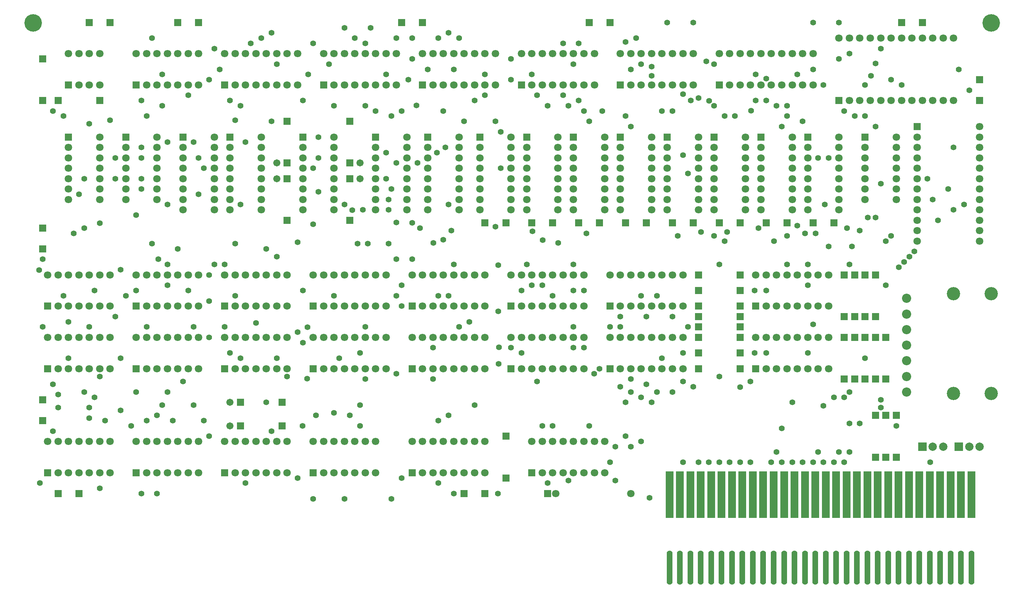
<source format=gts>
G04*
G04 #@! TF.GenerationSoftware,Altium Limited,Altium Designer,23.6.0 (18)*
G04*
G04 Layer_Color=8388736*
%FSLAX44Y44*%
%MOMM*%
G71*
G04*
G04 #@! TF.SameCoordinates,16818577-3D0F-4E1C-871D-00935DA2B120*
G04*
G04*
G04 #@! TF.FilePolarity,Negative*
G04*
G01*
G75*
G04:AMPARAMS|DCode=14|XSize=1.4032mm|YSize=8.2032mm|CornerRadius=0.7016mm|HoleSize=0mm|Usage=FLASHONLY|Rotation=0.000|XOffset=0mm|YOffset=0mm|HoleType=Round|Shape=RoundedRectangle|*
%AMROUNDEDRECTD14*
21,1,1.4032,6.8000,0,0,0.0*
21,1,0.0000,8.2032,0,0,0.0*
1,1,1.4032,0.0000,-3.4000*
1,1,1.4032,0.0000,-3.4000*
1,1,1.4032,0.0000,3.4000*
1,1,1.4032,0.0000,3.4000*
%
%ADD14ROUNDEDRECTD14*%
%ADD15R,1.9032X11.2032*%
%ADD16C,1.8032*%
%ADD17R,1.8032X1.8032*%
%ADD18C,3.2032*%
%ADD19C,4.2032*%
%ADD20R,1.8032X1.8032*%
%ADD21C,2.2032*%
%ADD22R,2.0032X2.0032*%
%ADD23C,2.0032*%
%ADD24C,1.7032*%
%ADD25C,1.4032*%
%ADD26C,1.4032*%
D14*
X2393000Y122000D02*
D03*
X2418001D02*
D03*
X2367999D02*
D03*
X2293000D02*
D03*
X2317999D02*
D03*
X2343000D02*
D03*
X2443000D02*
D03*
X2243000D02*
D03*
X2117999D02*
D03*
X1993001D02*
D03*
X2018000D02*
D03*
X2043001D02*
D03*
X2068000D02*
D03*
X2093001D02*
D03*
X2143001D02*
D03*
X2167999D02*
D03*
X2193000D02*
D03*
X2217999D02*
D03*
X2267999D02*
D03*
X1943001D02*
D03*
X1718000D02*
D03*
X1742999D02*
D03*
X1768000D02*
D03*
X1793001D02*
D03*
X1818000D02*
D03*
X1843001D02*
D03*
X1868000D02*
D03*
X1893001D02*
D03*
X1918000D02*
D03*
X1968000D02*
D03*
D15*
X2443000Y297000D02*
D03*
X2418001D02*
D03*
X2393000D02*
D03*
X2367999D02*
D03*
X2343000D02*
D03*
X2317999D02*
D03*
X2293000D02*
D03*
X2267999D02*
D03*
X2243000D02*
D03*
X2217999D02*
D03*
X2193000D02*
D03*
X2167999D02*
D03*
X2143001D02*
D03*
X2117999D02*
D03*
X2093001D02*
D03*
X2068000D02*
D03*
X2043001D02*
D03*
X2018000D02*
D03*
X1993001D02*
D03*
X1968000D02*
D03*
X1943001D02*
D03*
X1918000D02*
D03*
X1893001D02*
D03*
X1868000D02*
D03*
X1843001D02*
D03*
X1818000D02*
D03*
X1793001D02*
D03*
X1768000D02*
D03*
X1742999D02*
D03*
X1718000D02*
D03*
D16*
X1925000Y825000D02*
D03*
X1950000D02*
D03*
X2000000D02*
D03*
X1975000D02*
D03*
X2025000D02*
D03*
X2050000D02*
D03*
X2075000D02*
D03*
X2100000D02*
D03*
Y750000D02*
D03*
X2075000D02*
D03*
X2050000D02*
D03*
X2025000D02*
D03*
X1975000D02*
D03*
X2000000D02*
D03*
X1950000D02*
D03*
X1925000Y675000D02*
D03*
X1950000D02*
D03*
X2000000D02*
D03*
X1975000D02*
D03*
X2025000D02*
D03*
X2050000D02*
D03*
X2075000D02*
D03*
X2100000D02*
D03*
Y600000D02*
D03*
X2075000D02*
D03*
X2050000D02*
D03*
X2025000D02*
D03*
X1975000D02*
D03*
X2000000D02*
D03*
X1950000D02*
D03*
X462500Y825000D02*
D03*
X437500D02*
D03*
X487500D02*
D03*
X512500D02*
D03*
X537500D02*
D03*
X562500D02*
D03*
X587500D02*
D03*
Y750000D02*
D03*
X562500D02*
D03*
X537500D02*
D03*
X487500D02*
D03*
X512500D02*
D03*
X462500D02*
D03*
X2012500Y1156250D02*
D03*
Y1131250D02*
D03*
Y1081250D02*
D03*
Y1106250D02*
D03*
Y1056250D02*
D03*
Y1031250D02*
D03*
Y1006250D02*
D03*
Y981250D02*
D03*
X1937500D02*
D03*
Y1006250D02*
D03*
Y1031250D02*
D03*
Y1056250D02*
D03*
Y1106250D02*
D03*
Y1081250D02*
D03*
Y1131250D02*
D03*
X250000Y350000D02*
D03*
X300000D02*
D03*
X275000D02*
D03*
X325000D02*
D03*
X350000D02*
D03*
X375000D02*
D03*
Y425000D02*
D03*
X350000D02*
D03*
X325000D02*
D03*
X300000D02*
D03*
X275000D02*
D03*
X225000D02*
D03*
X250000D02*
D03*
X1625000Y300000D02*
D03*
X1445000D02*
D03*
X2125000Y1393750D02*
D03*
X2150000D02*
D03*
X2200000D02*
D03*
X2175000D02*
D03*
X2225000D02*
D03*
X2250000D02*
D03*
X2300000D02*
D03*
X2275000D02*
D03*
X2150000Y1243750D02*
D03*
X2200000D02*
D03*
X2175000D02*
D03*
X2225000D02*
D03*
X2250000D02*
D03*
X2275000D02*
D03*
X2300000D02*
D03*
X2325000D02*
D03*
X2350000D02*
D03*
X2375000D02*
D03*
X2400000D02*
D03*
X2375000Y1393750D02*
D03*
X2400000D02*
D03*
X2350000D02*
D03*
X2325000D02*
D03*
X1837500Y1356250D02*
D03*
X1862500D02*
D03*
X1887500D02*
D03*
X1912500D02*
D03*
X1862500Y1281250D02*
D03*
X1912500D02*
D03*
X1887500D02*
D03*
X1937500D02*
D03*
X1962500D02*
D03*
X1987500D02*
D03*
X2012500D02*
D03*
X2037500D02*
D03*
X2062500D02*
D03*
Y1356250D02*
D03*
X2037500D02*
D03*
X1987500D02*
D03*
X2012500D02*
D03*
X1962500D02*
D03*
X1937500D02*
D03*
X1412500Y350000D02*
D03*
X1462500D02*
D03*
X1437500D02*
D03*
X1487500D02*
D03*
X1512500D02*
D03*
X1537500D02*
D03*
X1562500D02*
D03*
Y425000D02*
D03*
X1537500D02*
D03*
X1512500D02*
D03*
X1487500D02*
D03*
X1437500D02*
D03*
X1462500D02*
D03*
X1412500D02*
D03*
X1387500D02*
D03*
X1125000Y350000D02*
D03*
X1175000D02*
D03*
X1150000D02*
D03*
X1200000D02*
D03*
X1225000D02*
D03*
X1250000D02*
D03*
X1275000D02*
D03*
Y425000D02*
D03*
X1250000D02*
D03*
X1225000D02*
D03*
X1200000D02*
D03*
X1150000D02*
D03*
X1175000D02*
D03*
X1125000D02*
D03*
X1100000D02*
D03*
X675000D02*
D03*
X650000D02*
D03*
X700000D02*
D03*
X725000D02*
D03*
X750000D02*
D03*
X775000D02*
D03*
X800000D02*
D03*
Y350000D02*
D03*
X775000D02*
D03*
X750000D02*
D03*
X700000D02*
D03*
X725000D02*
D03*
X675000D02*
D03*
X887500Y425000D02*
D03*
X862500D02*
D03*
X912500D02*
D03*
X937500D02*
D03*
X962500D02*
D03*
X987500D02*
D03*
X1012500D02*
D03*
Y350000D02*
D03*
X987500D02*
D03*
X962500D02*
D03*
X912500D02*
D03*
X937500D02*
D03*
X887500D02*
D03*
X462500D02*
D03*
X512500D02*
D03*
X487500D02*
D03*
X537500D02*
D03*
X562500D02*
D03*
X587500D02*
D03*
Y425000D02*
D03*
X562500D02*
D03*
X537500D02*
D03*
X512500D02*
D03*
X487500D02*
D03*
X437500D02*
D03*
X462500D02*
D03*
Y675000D02*
D03*
X437500D02*
D03*
X487500D02*
D03*
X512500D02*
D03*
X537500D02*
D03*
X562500D02*
D03*
X587500D02*
D03*
Y600000D02*
D03*
X562500D02*
D03*
X537500D02*
D03*
X487500D02*
D03*
X512500D02*
D03*
X462500D02*
D03*
X250000D02*
D03*
X300000D02*
D03*
X275000D02*
D03*
X325000D02*
D03*
X350000D02*
D03*
X375000D02*
D03*
Y675000D02*
D03*
X350000D02*
D03*
X325000D02*
D03*
X300000D02*
D03*
X275000D02*
D03*
X225000D02*
D03*
X250000D02*
D03*
X675000D02*
D03*
X650000D02*
D03*
X700000D02*
D03*
X725000D02*
D03*
X750000D02*
D03*
X775000D02*
D03*
X800000D02*
D03*
Y600000D02*
D03*
X775000D02*
D03*
X750000D02*
D03*
X700000D02*
D03*
X725000D02*
D03*
X675000D02*
D03*
X1600000Y750000D02*
D03*
X1650000D02*
D03*
X1625000D02*
D03*
X1675000D02*
D03*
X1700000D02*
D03*
X1725000D02*
D03*
X1750000D02*
D03*
Y825000D02*
D03*
X1725000D02*
D03*
X1700000D02*
D03*
X1675000D02*
D03*
X1625000D02*
D03*
X1650000D02*
D03*
X1600000D02*
D03*
X1575000D02*
D03*
X1600000Y600000D02*
D03*
X1650000D02*
D03*
X1625000D02*
D03*
X1675000D02*
D03*
X1700000D02*
D03*
X1725000D02*
D03*
X1750000D02*
D03*
Y675000D02*
D03*
X1725000D02*
D03*
X1700000D02*
D03*
X1675000D02*
D03*
X1625000D02*
D03*
X1650000D02*
D03*
X1600000D02*
D03*
X1575000D02*
D03*
X1362500Y600000D02*
D03*
X1412500D02*
D03*
X1387500D02*
D03*
X1437500D02*
D03*
X1462500D02*
D03*
X1487500D02*
D03*
X1512500D02*
D03*
Y675000D02*
D03*
X1487500D02*
D03*
X1462500D02*
D03*
X1437500D02*
D03*
X1387500D02*
D03*
X1412500D02*
D03*
X1362500D02*
D03*
X1337500D02*
D03*
X1362500Y750000D02*
D03*
X1412500D02*
D03*
X1387500D02*
D03*
X1437500D02*
D03*
X1462500D02*
D03*
X1487500D02*
D03*
X1512500D02*
D03*
Y825000D02*
D03*
X1487500D02*
D03*
X1462500D02*
D03*
X1437500D02*
D03*
X1387500D02*
D03*
X1412500D02*
D03*
X1362500D02*
D03*
X1337500D02*
D03*
X887500Y600000D02*
D03*
X937500D02*
D03*
X912500D02*
D03*
X962500D02*
D03*
X987500D02*
D03*
X1012500D02*
D03*
X1037500D02*
D03*
Y675000D02*
D03*
X1012500D02*
D03*
X987500D02*
D03*
X962500D02*
D03*
X912500D02*
D03*
X937500D02*
D03*
X887500D02*
D03*
X862500D02*
D03*
X1125000Y600000D02*
D03*
X1175000D02*
D03*
X1150000D02*
D03*
X1200000D02*
D03*
X1225000D02*
D03*
X1250000D02*
D03*
X1275000D02*
D03*
Y675000D02*
D03*
X1250000D02*
D03*
X1225000D02*
D03*
X1200000D02*
D03*
X1150000D02*
D03*
X1175000D02*
D03*
X1125000D02*
D03*
X1100000D02*
D03*
X1125000Y750000D02*
D03*
X1175000D02*
D03*
X1150000D02*
D03*
X1200000D02*
D03*
X1225000D02*
D03*
X1250000D02*
D03*
X1275000D02*
D03*
Y825000D02*
D03*
X1250000D02*
D03*
X1225000D02*
D03*
X1200000D02*
D03*
X1150000D02*
D03*
X1175000D02*
D03*
X1125000D02*
D03*
X1100000D02*
D03*
X887500Y750000D02*
D03*
X937500D02*
D03*
X912500D02*
D03*
X962500D02*
D03*
X987500D02*
D03*
X1012500D02*
D03*
X1037500D02*
D03*
Y825000D02*
D03*
X1012500D02*
D03*
X987500D02*
D03*
X962500D02*
D03*
X912500D02*
D03*
X937500D02*
D03*
X887500D02*
D03*
X862500D02*
D03*
X675000Y750000D02*
D03*
X725000D02*
D03*
X700000D02*
D03*
X750000D02*
D03*
X775000D02*
D03*
X800000D02*
D03*
Y825000D02*
D03*
X775000D02*
D03*
X750000D02*
D03*
X725000D02*
D03*
X700000D02*
D03*
X650000D02*
D03*
X675000D02*
D03*
X250000Y750000D02*
D03*
X300000D02*
D03*
X275000D02*
D03*
X325000D02*
D03*
X350000D02*
D03*
X375000D02*
D03*
Y825000D02*
D03*
X350000D02*
D03*
X325000D02*
D03*
X300000D02*
D03*
X275000D02*
D03*
X225000D02*
D03*
X250000D02*
D03*
X2462500Y981250D02*
D03*
Y956250D02*
D03*
Y906250D02*
D03*
Y931250D02*
D03*
X2312500Y906250D02*
D03*
Y931250D02*
D03*
Y956250D02*
D03*
Y981250D02*
D03*
Y1006250D02*
D03*
Y1031250D02*
D03*
Y1056250D02*
D03*
Y1081250D02*
D03*
Y1131250D02*
D03*
Y1106250D02*
D03*
Y1156250D02*
D03*
X2462500Y1031250D02*
D03*
Y1006250D02*
D03*
Y1056250D02*
D03*
Y1081250D02*
D03*
Y1131250D02*
D03*
Y1106250D02*
D03*
Y1156250D02*
D03*
Y1181250D02*
D03*
X2187500Y1131250D02*
D03*
Y1081250D02*
D03*
Y1106250D02*
D03*
Y1056250D02*
D03*
Y1031250D02*
D03*
Y1006250D02*
D03*
X2262500D02*
D03*
Y1031250D02*
D03*
Y1056250D02*
D03*
Y1081250D02*
D03*
Y1106250D02*
D03*
Y1156250D02*
D03*
Y1131250D02*
D03*
X1600033Y1131283D02*
D03*
Y1081283D02*
D03*
Y1106283D02*
D03*
Y1056283D02*
D03*
Y1031283D02*
D03*
Y1006283D02*
D03*
Y981283D02*
D03*
X1675033D02*
D03*
Y1006283D02*
D03*
Y1031283D02*
D03*
Y1056283D02*
D03*
Y1106283D02*
D03*
Y1081283D02*
D03*
Y1131283D02*
D03*
Y1156283D02*
D03*
X1712467Y1131207D02*
D03*
Y1081207D02*
D03*
Y1106207D02*
D03*
Y1056207D02*
D03*
Y1031207D02*
D03*
Y1006207D02*
D03*
Y981207D02*
D03*
X1787467D02*
D03*
Y1006207D02*
D03*
Y1031207D02*
D03*
Y1056207D02*
D03*
Y1106207D02*
D03*
Y1081207D02*
D03*
Y1131207D02*
D03*
Y1156207D02*
D03*
X1825033Y1131283D02*
D03*
Y1081283D02*
D03*
Y1106283D02*
D03*
Y1056283D02*
D03*
Y1031283D02*
D03*
Y1006283D02*
D03*
Y981283D02*
D03*
X1900033D02*
D03*
Y1006283D02*
D03*
Y1031283D02*
D03*
Y1056283D02*
D03*
Y1106283D02*
D03*
Y1081283D02*
D03*
Y1131283D02*
D03*
Y1156283D02*
D03*
X2050000Y1131240D02*
D03*
Y1081240D02*
D03*
Y1106240D02*
D03*
Y1056240D02*
D03*
Y1031240D02*
D03*
Y1006240D02*
D03*
Y981240D02*
D03*
X2125000D02*
D03*
Y1006240D02*
D03*
Y1031240D02*
D03*
Y1056240D02*
D03*
Y1106240D02*
D03*
Y1081240D02*
D03*
Y1131240D02*
D03*
Y1156240D02*
D03*
X1487500Y1131250D02*
D03*
Y1081250D02*
D03*
Y1106250D02*
D03*
Y1056250D02*
D03*
Y1031250D02*
D03*
Y1006250D02*
D03*
Y981250D02*
D03*
X1562500D02*
D03*
Y1006250D02*
D03*
Y1031250D02*
D03*
Y1056250D02*
D03*
Y1106250D02*
D03*
Y1081250D02*
D03*
Y1131250D02*
D03*
Y1156250D02*
D03*
X1375000Y1131250D02*
D03*
Y1081250D02*
D03*
Y1106250D02*
D03*
Y1056250D02*
D03*
Y1031250D02*
D03*
Y1006250D02*
D03*
Y981250D02*
D03*
X1450000D02*
D03*
Y1006250D02*
D03*
Y1031250D02*
D03*
Y1056250D02*
D03*
Y1106250D02*
D03*
Y1081250D02*
D03*
Y1131250D02*
D03*
Y1156250D02*
D03*
X1262500Y1131250D02*
D03*
Y1081250D02*
D03*
Y1106250D02*
D03*
Y1056250D02*
D03*
Y1031250D02*
D03*
Y1006250D02*
D03*
Y981250D02*
D03*
X1337500D02*
D03*
Y1006250D02*
D03*
Y1031250D02*
D03*
Y1056250D02*
D03*
Y1106250D02*
D03*
Y1081250D02*
D03*
Y1131250D02*
D03*
Y1156250D02*
D03*
X1137500Y1131250D02*
D03*
Y1081250D02*
D03*
Y1106250D02*
D03*
Y1056250D02*
D03*
Y1031250D02*
D03*
Y1006250D02*
D03*
Y981250D02*
D03*
X1212500D02*
D03*
Y1006250D02*
D03*
Y1031250D02*
D03*
Y1056250D02*
D03*
Y1106250D02*
D03*
Y1081250D02*
D03*
Y1131250D02*
D03*
Y1156250D02*
D03*
X1012500Y1131250D02*
D03*
Y1081250D02*
D03*
Y1106250D02*
D03*
Y1056250D02*
D03*
Y1031250D02*
D03*
Y1006250D02*
D03*
Y981250D02*
D03*
X1087500D02*
D03*
Y1006250D02*
D03*
Y1031250D02*
D03*
Y1056250D02*
D03*
Y1106250D02*
D03*
Y1081250D02*
D03*
Y1131250D02*
D03*
Y1156250D02*
D03*
X837500Y1131250D02*
D03*
Y1081250D02*
D03*
Y1106250D02*
D03*
Y1056250D02*
D03*
Y1031250D02*
D03*
Y1006250D02*
D03*
Y981250D02*
D03*
X912500D02*
D03*
Y1006250D02*
D03*
Y1031250D02*
D03*
Y1056250D02*
D03*
Y1106250D02*
D03*
Y1081250D02*
D03*
Y1131250D02*
D03*
Y1156250D02*
D03*
X662500Y1131250D02*
D03*
Y1081250D02*
D03*
Y1106250D02*
D03*
Y1056250D02*
D03*
Y1031250D02*
D03*
Y1006250D02*
D03*
Y981250D02*
D03*
X737500D02*
D03*
Y1006250D02*
D03*
Y1031250D02*
D03*
Y1056250D02*
D03*
Y1106250D02*
D03*
Y1081250D02*
D03*
Y1131250D02*
D03*
Y1156250D02*
D03*
X550000Y1131250D02*
D03*
Y1081250D02*
D03*
Y1106250D02*
D03*
Y1056250D02*
D03*
Y1031250D02*
D03*
Y1006250D02*
D03*
Y981250D02*
D03*
X625000D02*
D03*
Y1006250D02*
D03*
Y1031250D02*
D03*
Y1056250D02*
D03*
Y1106250D02*
D03*
Y1081250D02*
D03*
Y1131250D02*
D03*
Y1156250D02*
D03*
X487500Y1131250D02*
D03*
Y1156250D02*
D03*
Y1106250D02*
D03*
Y1081250D02*
D03*
Y1056250D02*
D03*
Y1031250D02*
D03*
Y1006250D02*
D03*
X412500D02*
D03*
Y1031250D02*
D03*
Y1056250D02*
D03*
Y1106250D02*
D03*
Y1081250D02*
D03*
Y1131250D02*
D03*
X275000D02*
D03*
Y1081250D02*
D03*
Y1106250D02*
D03*
Y1056250D02*
D03*
Y1031250D02*
D03*
Y1006250D02*
D03*
X350000D02*
D03*
Y1031250D02*
D03*
Y1056250D02*
D03*
Y1081250D02*
D03*
Y1106250D02*
D03*
Y1156250D02*
D03*
Y1131250D02*
D03*
X1625000Y1281250D02*
D03*
X1675000D02*
D03*
X1650000D02*
D03*
X1700000D02*
D03*
X1725000D02*
D03*
X1750000D02*
D03*
X1775000D02*
D03*
Y1356250D02*
D03*
X1750000D02*
D03*
X1725000D02*
D03*
X1700000D02*
D03*
X1650000D02*
D03*
X1675000D02*
D03*
X1625000D02*
D03*
X1600000D02*
D03*
X1387500Y1281250D02*
D03*
X1437500D02*
D03*
X1412500D02*
D03*
X1462500D02*
D03*
X1487500D02*
D03*
X1512500D02*
D03*
X1537500D02*
D03*
Y1356250D02*
D03*
X1512500D02*
D03*
X1487500D02*
D03*
X1462500D02*
D03*
X1412500D02*
D03*
X1437500D02*
D03*
X1387500D02*
D03*
X1362500D02*
D03*
X1150000Y1281250D02*
D03*
X1200000D02*
D03*
X1175000D02*
D03*
X1225000D02*
D03*
X1250000D02*
D03*
X1275000D02*
D03*
X1300000D02*
D03*
Y1356250D02*
D03*
X1275000D02*
D03*
X1250000D02*
D03*
X1225000D02*
D03*
X1175000D02*
D03*
X1200000D02*
D03*
X1150000D02*
D03*
X1125000D02*
D03*
X912500Y1281250D02*
D03*
X962500D02*
D03*
X937500D02*
D03*
X987500D02*
D03*
X1012500D02*
D03*
X1037500D02*
D03*
X1062500D02*
D03*
Y1356250D02*
D03*
X1037500D02*
D03*
X1012500D02*
D03*
X987500D02*
D03*
X937500D02*
D03*
X962500D02*
D03*
X912500D02*
D03*
X887500D02*
D03*
X675000Y1281250D02*
D03*
X725000D02*
D03*
X700000D02*
D03*
X750000D02*
D03*
X775000D02*
D03*
X800000D02*
D03*
X825000D02*
D03*
Y1356250D02*
D03*
X800000D02*
D03*
X775000D02*
D03*
X750000D02*
D03*
X700000D02*
D03*
X725000D02*
D03*
X675000D02*
D03*
X650000D02*
D03*
X462500Y1281250D02*
D03*
X512500D02*
D03*
X487500D02*
D03*
X537500D02*
D03*
X562500D02*
D03*
X587500D02*
D03*
Y1356250D02*
D03*
X562500D02*
D03*
X537500D02*
D03*
X512500D02*
D03*
X487500D02*
D03*
X437500D02*
D03*
X462500D02*
D03*
X300000Y1281250D02*
D03*
X325000D02*
D03*
X350000D02*
D03*
X275000Y1356250D02*
D03*
X300000D02*
D03*
X325000D02*
D03*
X350000D02*
D03*
D17*
X1925000Y750000D02*
D03*
Y600000D02*
D03*
X437500Y750000D02*
D03*
X2112500Y950000D02*
D03*
X2062500D02*
D03*
X2000000D02*
D03*
X1950000D02*
D03*
X1887500D02*
D03*
X1837500D02*
D03*
X1775000D02*
D03*
X1725000D02*
D03*
X1662500D02*
D03*
X1612500D02*
D03*
X1550000D02*
D03*
X1500000D02*
D03*
X1437500D02*
D03*
X1387500D02*
D03*
X1325000D02*
D03*
X1275000D02*
D03*
X225000Y350000D02*
D03*
X1425000Y300000D02*
D03*
X2125000Y1243750D02*
D03*
X1887500Y825000D02*
D03*
X1787500D02*
D03*
X587500Y1431250D02*
D03*
X537500D02*
D03*
X1125000D02*
D03*
X1075000D02*
D03*
X1575000D02*
D03*
X1525000D02*
D03*
X2325000D02*
D03*
X2275000D02*
D03*
X1837500Y1281250D02*
D03*
X1275000Y300000D02*
D03*
X1225000D02*
D03*
X300000D02*
D03*
X250000D02*
D03*
X687500Y462500D02*
D03*
X787500D02*
D03*
X687500Y518750D02*
D03*
X787500D02*
D03*
X1787500Y700000D02*
D03*
X1887500D02*
D03*
X1787500Y675000D02*
D03*
X1887500D02*
D03*
X1787500Y637500D02*
D03*
X1887500D02*
D03*
X1787500Y600000D02*
D03*
X1887500D02*
D03*
X1787500Y787500D02*
D03*
X1887500D02*
D03*
X1787500Y725000D02*
D03*
X1887500D02*
D03*
X1787500Y750000D02*
D03*
X1887500D02*
D03*
X325000Y1431250D02*
D03*
X375000D02*
D03*
X250000Y1243750D02*
D03*
X350000D02*
D03*
X1387500Y350000D02*
D03*
X1100000D02*
D03*
X650000D02*
D03*
X862500D02*
D03*
X437500D02*
D03*
Y600000D02*
D03*
X225000D02*
D03*
X650000D02*
D03*
X1575000Y750000D02*
D03*
Y600000D02*
D03*
X1337500D02*
D03*
Y750000D02*
D03*
X862500Y600000D02*
D03*
X1100000D02*
D03*
Y750000D02*
D03*
X862500D02*
D03*
X650000D02*
D03*
X225000D02*
D03*
X1600000Y1281250D02*
D03*
X1362500D02*
D03*
X1125000D02*
D03*
X887500D02*
D03*
X650000D02*
D03*
X437500Y1281250D02*
D03*
D18*
X2490000Y540000D02*
D03*
X2400000D02*
D03*
X2490000Y780000D02*
D03*
X2400000D02*
D03*
D19*
X2490000Y1430000D02*
D03*
X190000D02*
D03*
D20*
X1937500Y1156250D02*
D03*
X212500Y525000D02*
D03*
Y475000D02*
D03*
Y937500D02*
D03*
Y887500D02*
D03*
Y1243750D02*
D03*
Y1343750D02*
D03*
X2462500Y1293750D02*
D03*
Y1243750D02*
D03*
X2237500Y575000D02*
D03*
Y675000D02*
D03*
X2262500Y387500D02*
D03*
Y487500D02*
D03*
X2237500Y387500D02*
D03*
Y487500D02*
D03*
X2212500Y387500D02*
D03*
Y487500D02*
D03*
X1325000Y337500D02*
D03*
Y437500D02*
D03*
X2212500Y575000D02*
D03*
Y675000D02*
D03*
X2187500Y575000D02*
D03*
Y675000D02*
D03*
X2162500Y575000D02*
D03*
Y675000D02*
D03*
X2137500Y575000D02*
D03*
Y675000D02*
D03*
X2212500Y725000D02*
D03*
Y825000D02*
D03*
X2187500Y725000D02*
D03*
Y825000D02*
D03*
X2162500Y725000D02*
D03*
Y825000D02*
D03*
X2137500Y725000D02*
D03*
Y825000D02*
D03*
X800000Y1193750D02*
D03*
Y1093750D02*
D03*
X950000Y1193750D02*
D03*
Y1093750D02*
D03*
Y1056250D02*
D03*
Y956250D02*
D03*
X800000Y1056250D02*
D03*
Y956250D02*
D03*
X2312500Y1181250D02*
D03*
X2187500Y1156250D02*
D03*
X1600033Y1156283D02*
D03*
X1712467Y1156207D02*
D03*
X1825033Y1156283D02*
D03*
X2050000Y1156240D02*
D03*
X1487500Y1156250D02*
D03*
X1375000D02*
D03*
X1262500D02*
D03*
X1137500D02*
D03*
X1012500D02*
D03*
X837500D02*
D03*
X662500D02*
D03*
X550000D02*
D03*
X412500D02*
D03*
X275000D02*
D03*
Y1281250D02*
D03*
D21*
X2287500Y656250D02*
D03*
Y693750D02*
D03*
Y731250D02*
D03*
Y618750D02*
D03*
Y581250D02*
D03*
Y543750D02*
D03*
Y768750D02*
D03*
D22*
X2412500Y412500D02*
D03*
X2325000D02*
D03*
D23*
X2437500D02*
D03*
X2462500D02*
D03*
X2350000D02*
D03*
X2375000D02*
D03*
D24*
X775000Y1093750D02*
D03*
Y1056250D02*
D03*
X975000Y1093750D02*
D03*
Y1056250D02*
D03*
X662500Y518750D02*
D03*
Y462500D02*
D03*
D25*
X687500Y625000D02*
D03*
X1412500Y800000D02*
D03*
X1913523Y1219773D02*
D03*
X1768750Y1243750D02*
D03*
X2343750Y375000D02*
D03*
X2262500Y462500D02*
D03*
X1100000Y1343750D02*
D03*
X1090571Y1293631D02*
D03*
X1537000Y587500D02*
D03*
X1556250Y1218750D02*
D03*
X1525000Y1193750D02*
D03*
X1806250Y1337500D02*
D03*
X204250Y836796D02*
D03*
X206250Y325000D02*
D03*
X1306572Y848608D02*
D03*
X1306462Y737378D02*
D03*
X1308757Y650843D02*
D03*
X1307992Y611836D02*
D03*
X1337500Y650000D02*
D03*
X1922000Y637500D02*
D03*
X1950000D02*
D03*
X349801Y949613D02*
D03*
X1180110Y1131365D02*
D03*
X1159787Y1118784D02*
D03*
X837000Y462500D02*
D03*
X325000Y1188000D02*
D03*
X675000Y1196750D02*
D03*
X375000D02*
D03*
X312500Y1056250D02*
D03*
X2201779Y1303134D02*
D03*
X2212448Y1333133D02*
D03*
X2125000Y1343750D02*
D03*
X1110586Y1231874D02*
D03*
X848550Y699737D02*
D03*
X847902Y575992D02*
D03*
X487500Y300000D02*
D03*
X1150903Y901568D02*
D03*
X1450472Y901717D02*
D03*
X1100000Y862500D02*
D03*
X1062500D02*
D03*
X2100000Y893750D02*
D03*
X2237478Y906239D02*
D03*
X1389107Y929750D02*
D03*
X1175000Y909500D02*
D03*
X775000Y868750D02*
D03*
X750000Y887500D02*
D03*
X537500D02*
D03*
X675000Y900000D02*
D03*
X475000D02*
D03*
X490500Y862500D02*
D03*
X1118750Y937500D02*
D03*
X1100000Y950000D02*
D03*
X2043750Y925000D02*
D03*
X2000000Y918750D02*
D03*
X1825000D02*
D03*
X1737500D02*
D03*
X2025000Y943750D02*
D03*
X1969041Y906250D02*
D03*
X1793750Y928000D02*
D03*
X1193750Y931250D02*
D03*
X1300000Y940500D02*
D03*
X1312500Y1081250D02*
D03*
X1850000Y906250D02*
D03*
X1856250Y928000D02*
D03*
X2175000Y931250D02*
D03*
X2068750Y925000D02*
D03*
X2143750Y937500D02*
D03*
X1922000Y787500D02*
D03*
X1931250Y937500D02*
D03*
X1912500Y375000D02*
D03*
Y568750D02*
D03*
X1518750Y925000D02*
D03*
X2090750Y993750D02*
D03*
X1062500Y950571D02*
D03*
X1413548Y908263D02*
D03*
X2156250Y893750D02*
D03*
X2150000Y543750D02*
D03*
X1625000Y1181250D02*
D03*
X1612500Y1206250D02*
D03*
X1300000Y1193750D02*
D03*
X437500Y968750D02*
D03*
X612500Y437500D02*
D03*
X1387500Y800000D02*
D03*
X2025000Y1306250D02*
D03*
X2100000Y1106250D02*
D03*
X1887209Y555959D02*
D03*
X1787500Y1250000D02*
D03*
X1750000Y1112500D02*
D03*
X1012500Y1218750D02*
D03*
X1050000Y1031250D02*
D03*
X587500Y1018750D02*
D03*
X612500Y1293750D02*
D03*
X462500Y700000D02*
D03*
X262500Y775000D02*
D03*
X1612500Y437500D02*
D03*
Y1384790D02*
D03*
X912500Y493750D02*
D03*
X1850000Y1206250D02*
D03*
X1825000Y1231250D02*
D03*
X1437500Y462500D02*
D03*
X725000Y709500D02*
D03*
X462500Y1206250D02*
D03*
X1187500Y1406250D02*
D03*
X937500Y1418750D02*
D03*
X762500Y1406250D02*
D03*
X1000000Y1418750D02*
D03*
X2150000Y400000D02*
D03*
X1650000Y425000D02*
D03*
X1475000Y331250D02*
D03*
X1587500D02*
D03*
X2237500Y800000D02*
D03*
X1612500Y518750D02*
D03*
X2087500Y510750D02*
D03*
X1250000Y512500D02*
D03*
X975000D02*
D03*
X950000Y487500D02*
D03*
X1675000Y518750D02*
D03*
X1987500Y456250D02*
D03*
X1412500Y462500D02*
D03*
X975000D02*
D03*
X868750Y487500D02*
D03*
X1625000Y543750D02*
D03*
X1650000Y531250D02*
D03*
X1525000Y462500D02*
D03*
X312500Y937500D02*
D03*
X287500Y925000D02*
D03*
X837500Y787500D02*
D03*
X862500Y946750D02*
D03*
X1200000Y850000D02*
D03*
X1487500D02*
D03*
X1375000D02*
D03*
X2212500Y962500D02*
D03*
X2193750D02*
D03*
X2225000Y1043750D02*
D03*
X875000Y1025000D02*
D03*
X650000Y850000D02*
D03*
X625000D02*
D03*
X2362500Y956250D02*
D03*
X2400000Y981250D02*
D03*
X1400000Y568750D02*
D03*
X1212500Y700000D02*
D03*
X1225000Y1193750D02*
D03*
X912500Y1231250D02*
D03*
X1925000Y1306250D02*
D03*
X1950000Y1296460D02*
D03*
X1825000Y1331250D02*
D03*
X1813172Y1243077D02*
D03*
X1624888Y1318213D02*
D03*
X2062500Y1318750D02*
D03*
X1462500Y1256250D02*
D03*
X1475000Y1231250D02*
D03*
X1425000D02*
D03*
X2050000Y850000D02*
D03*
X2000000D02*
D03*
X2400000Y1131250D02*
D03*
X1987500Y1181250D02*
D03*
X700000Y1143750D02*
D03*
X687500Y993750D02*
D03*
X1425000Y325000D02*
D03*
X1750000Y637500D02*
D03*
X1700000Y625000D02*
D03*
X1662500Y725000D02*
D03*
X1600000D02*
D03*
Y700000D02*
D03*
X1575000D02*
D03*
X1487500D02*
D03*
X1187500Y993750D02*
D03*
X437500Y543750D02*
D03*
X525000Y475000D02*
D03*
X762500Y450000D02*
D03*
X1150000Y575000D02*
D03*
X1162500Y475000D02*
D03*
X1187500Y487500D02*
D03*
X1575000Y375000D02*
D03*
X1587500Y412500D02*
D03*
X1625000D02*
D03*
X1150000Y650000D02*
D03*
X1237500Y712500D02*
D03*
X1725000Y725000D02*
D03*
X1975000Y400000D02*
D03*
X2075000D02*
D03*
X2125000D02*
D03*
X1750000Y375000D02*
D03*
X1787500D02*
D03*
X1812500D02*
D03*
X1837500D02*
D03*
X1862500D02*
D03*
X1887500D02*
D03*
X1962500D02*
D03*
X1987500D02*
D03*
X2012500D02*
D03*
X2037500D02*
D03*
X2062500D02*
D03*
X2087500D02*
D03*
X2112500D02*
D03*
X2137500D02*
D03*
X2150000Y468750D02*
D03*
X2175000D02*
D03*
X2212500Y1181250D02*
D03*
X2150000Y850000D02*
D03*
X1687500Y775000D02*
D03*
X1650000D02*
D03*
X1362500Y637500D02*
D03*
X1487500Y650000D02*
D03*
X1512500D02*
D03*
X1600000Y556250D02*
D03*
X1625000Y575000D02*
D03*
X1662500Y562500D02*
D03*
X1687500Y543750D02*
D03*
X1725000D02*
D03*
X1750000Y568750D02*
D03*
X1775000Y556250D02*
D03*
X1837500Y581250D02*
D03*
X2012500Y518750D02*
D03*
X2112500Y531250D02*
D03*
X2137500D02*
D03*
X2187500Y625000D02*
D03*
X2050000Y637500D02*
D03*
X2062500Y706250D02*
D03*
X2050000Y800000D02*
D03*
X1950000Y787500D02*
D03*
X2387500Y1031250D02*
D03*
X2425000Y993750D02*
D03*
X2350000Y1006250D02*
D03*
X2337500Y1056250D02*
D03*
X2437500Y1268750D02*
D03*
X2412500Y1318750D02*
D03*
X2275000Y1281250D02*
D03*
X2250000Y1293750D02*
D03*
X2225000Y1368750D02*
D03*
X2187500Y1281250D02*
D03*
X2150000Y1356250D02*
D03*
X2187500Y1206250D02*
D03*
X2162500D02*
D03*
X2137500Y1218750D02*
D03*
X2075000Y1106250D02*
D03*
X1362500Y787500D02*
D03*
X1437500Y775000D02*
D03*
X1487500Y787500D02*
D03*
X1512500D02*
D03*
X1762500Y1068750D02*
D03*
X2125000Y1431250D02*
D03*
X2062500D02*
D03*
X2087500Y1281250D02*
D03*
X2037500Y1193750D02*
D03*
X2000000Y1206250D02*
D03*
Y1231250D02*
D03*
X1975000D02*
D03*
X1950000Y1243750D02*
D03*
X1925000D02*
D03*
X1875000Y1206250D02*
D03*
X1837500Y850000D02*
D03*
X1700000Y1218750D02*
D03*
X1725000D02*
D03*
X1775000Y1431250D02*
D03*
X1712500D02*
D03*
X1637500Y1393750D02*
D03*
X1462500Y1381250D02*
D03*
X1500000D02*
D03*
X1487500Y1331250D02*
D03*
X1512500Y1218750D02*
D03*
X1500000Y1243750D02*
D03*
X1400000Y1256250D02*
D03*
X1387500Y1306250D02*
D03*
X1062500Y1093750D02*
D03*
X1337500Y1343750D02*
D03*
Y1293750D02*
D03*
X1187500Y775000D02*
D03*
X1162500D02*
D03*
X1075000Y750000D02*
D03*
X1062500Y775000D02*
D03*
X1075000Y800000D02*
D03*
X1312500Y1168750D02*
D03*
X1275000Y1306250D02*
D03*
Y1256250D02*
D03*
X1250000Y1243750D02*
D03*
X1112500Y1093750D02*
D03*
X1175000Y1218750D02*
D03*
X1162500Y1393750D02*
D03*
X1212500D02*
D03*
X1200000Y1318750D02*
D03*
X1137500D02*
D03*
X1100000Y1393750D02*
D03*
X1062500D02*
D03*
X962500D02*
D03*
X987500Y1381250D02*
D03*
X1037500Y1306250D02*
D03*
X1075000Y1218750D02*
D03*
X1050000Y1206250D02*
D03*
X987500Y1231250D02*
D03*
X1037500Y1118750D02*
D03*
Y1056250D02*
D03*
X937500Y993750D02*
D03*
X900000Y1331250D02*
D03*
X575000Y1143750D02*
D03*
X387500Y1056250D02*
D03*
Y1106250D02*
D03*
X512500Y1143750D02*
D03*
X862500Y1081250D02*
D03*
X875000Y1106250D02*
D03*
Y1156250D02*
D03*
X862500Y1381250D02*
D03*
X850000Y1306250D02*
D03*
X837500Y1243750D02*
D03*
X762500Y1193750D02*
D03*
X687500Y1231250D02*
D03*
X662500Y1243750D02*
D03*
X712500Y1381250D02*
D03*
X737500Y1393750D02*
D03*
X775000Y1331250D02*
D03*
X637500Y1318750D02*
D03*
X500000Y1306250D02*
D03*
X625000Y1368750D02*
D03*
X562500Y1256250D02*
D03*
X600000Y1081250D02*
D03*
X587500Y1106250D02*
D03*
X450000Y1031250D02*
D03*
Y1056250D02*
D03*
Y1106250D02*
D03*
Y1131250D02*
D03*
X500000Y1231250D02*
D03*
X475000Y1393750D02*
D03*
X450000Y1243750D02*
D03*
X237500Y1218750D02*
D03*
X262500Y1206250D02*
D03*
X300000Y1018750D02*
D03*
X912500Y775000D02*
D03*
X925000Y625000D02*
D03*
X975000Y637500D02*
D03*
X987500Y700000D02*
D03*
X1062500Y587500D02*
D03*
X987500Y575000D02*
D03*
X837500Y662500D02*
D03*
X825000Y687500D02*
D03*
X775000Y625000D02*
D03*
X800000Y581250D02*
D03*
X675000Y775000D02*
D03*
X650000Y700000D02*
D03*
X662500Y637500D02*
D03*
X612500Y675000D02*
D03*
Y762500D02*
D03*
Y825000D02*
D03*
X575000Y700000D02*
D03*
X562500Y787500D02*
D03*
X512500Y800000D02*
D03*
Y993750D02*
D03*
Y850000D02*
D03*
X437500Y787500D02*
D03*
X412500Y775000D02*
D03*
X400000Y837500D02*
D03*
X212500Y862500D02*
D03*
X337500Y787500D02*
D03*
X387500Y725000D02*
D03*
X212500Y700000D02*
D03*
X275000Y712500D02*
D03*
X325000Y700000D02*
D03*
X275000Y625000D02*
D03*
X400000D02*
D03*
X350000Y581250D02*
D03*
X237500Y562500D02*
D03*
X575000Y512500D02*
D03*
X600000Y475000D02*
D03*
X550000Y568750D02*
D03*
X512500Y543750D02*
D03*
X500000Y512500D02*
D03*
X487500Y487500D02*
D03*
X425000Y462500D02*
D03*
X462500Y475000D02*
D03*
X400000Y500000D02*
D03*
X362500Y475000D02*
D03*
X250000Y506250D02*
D03*
Y537500D02*
D03*
X312500Y543750D02*
D03*
X337500Y531250D02*
D03*
X325000Y506250D02*
D03*
Y481250D02*
D03*
X237500Y450000D02*
D03*
X1075000Y337500D02*
D03*
X1162500Y325000D02*
D03*
X1200000Y300000D02*
D03*
X937500Y287500D02*
D03*
X862500D02*
D03*
X825000Y337500D02*
D03*
X700000Y325000D02*
D03*
X350000Y312500D02*
D03*
D26*
X1550000Y600000D02*
D03*
X1306250Y300000D02*
D03*
X1050000Y287500D02*
D03*
X1670000Y290000D02*
D03*
X450000Y300000D02*
D03*
X2250000Y918750D02*
D03*
X2268750Y843750D02*
D03*
X968750Y900000D02*
D03*
X825000Y903250D02*
D03*
X1043750Y900000D02*
D03*
X1762500Y700000D02*
D03*
X2281250Y856250D02*
D03*
X2306250Y881250D02*
D03*
X2293750Y868750D02*
D03*
X2225000Y506250D02*
D03*
Y525000D02*
D03*
X750000Y518750D02*
D03*
X981250Y981250D02*
D03*
X993750Y900000D02*
D03*
X1043750Y981250D02*
D03*
Y1006250D02*
D03*
X955959Y980959D02*
D03*
X1650000Y1331250D02*
D03*
X1675000Y1325000D02*
D03*
Y1303540D02*
D03*
X1750000Y1258960D02*
D03*
M02*

</source>
